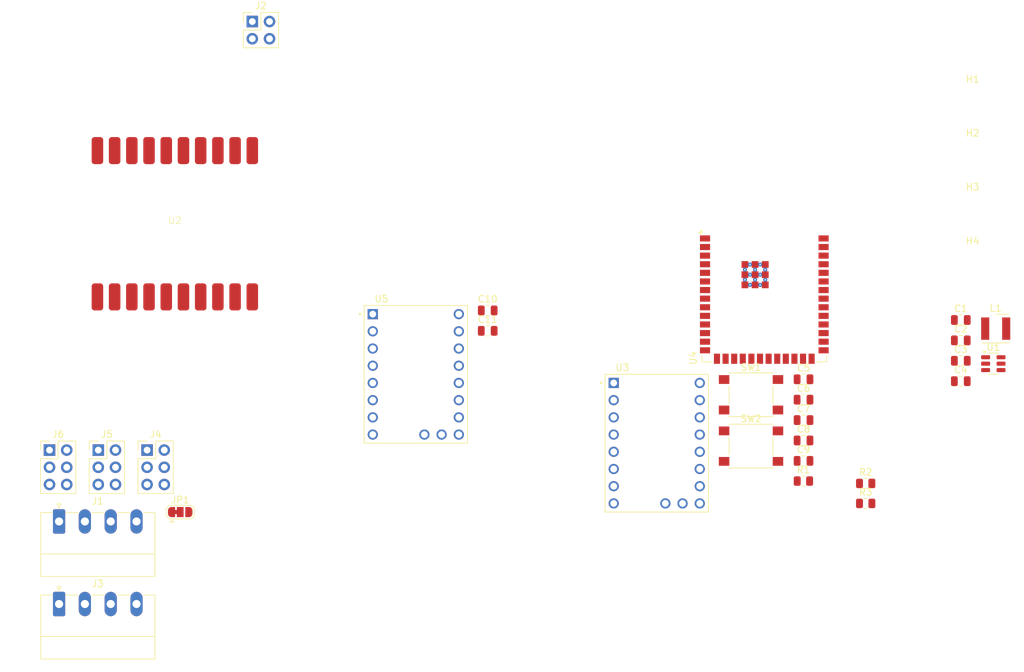
<source format=kicad_pcb>
(kicad_pcb (version 20240108) (generator "pcbnew") (generator_version "8.0")
  (layers (0 "F.Cu" signal) (31 "B.Cu" signal) (34 "B.Paste" user) (35 "F.Paste" user) (36 "B.SilkS" user "B.Silkscreen") (37 "F.SilkS" user "F.Silkscreen") (38 "B.Mask" user) (39 "F.Mask" user) (44 "Edge.Cuts" user))
  (net 0 "")
  (net 1 "Net-(U1-BST)")
  (net 2 "Net-(U1-SW)")
  (net 3 "GND")
  (net 4 "+20V")
  (net 5 "+3.3V")
  (net 6 "/Main Sheet/EN")
  (net 7 "/Main Sheet/BOOT")
  (net 8 "USB_D-")
  (net 9 "USB_D+")
  (net 10 "/Main Sheet/MD1_DIR")
  (net 11 "/Main Sheet/MD1_STEP")
  (net 12 "/Main Sheet/MD1_M2A")
  (net 13 "/Main Sheet/MD1_M1A")
  (net 14 "/Main Sheet/MD1_!EN")
  (net 15 "/Main Sheet/MD1_M1B")
  (net 16 "/Main Sheet/MD1_MS2")
  (net 17 "/Main Sheet/MD1_MS1")
  (net 18 "/Main Sheet/MD1_M2B")
  (net 21 "/Main Sheet/MD2_STEP")
  (net 22 "/Main Sheet/MD2_!EN")
  (net 23 "/Main Sheet/MD2_MS2")
  (net 24 "/Main Sheet/MD2_MS1")
  (net 25 "/Main Sheet/MD2_DIR")
  (net 26 "/Main Sheet/MD2_M2A")
  (net 29 "/Main Sheet/MD2_M1A")
  (net 31 "/Main Sheet/MD2_M1B")
  (net 32 "/Main Sheet/MD2_M2B")
  (net 33 "IO2")
  (net 34 "WS2812")
  (net 35 "IO1")
  (net 36 "SERVO1")
  (net 37 "SERVO2")
  (net 38 "/Main Sheet/ID2")
  (net 39 "/Main Sheet/ID1")
  (net 40 "/Main Sheet/ID0")
  (net 41 "/Main Sheet/Rx")
  (net 42 "/Main Sheet/Tx")
  (net 43 "Net-(J5-Pin_1)")
  (net 59 "Net-(U2-ISNK_COARSE)")
  (net 60 "Net-(U2-VBUS_MAX)")
  (footprint "Connector_Phoenix_MC:PhoenixContact_MC_1,5_4-G-3.81_1x04_P3.81mm_Horizontal" (layer "F.Cu") (at 40.06 106.8025)
    (property "Reference" "J1" (at 5.72 -3 0) (layer "F.SilkS"))
    (property "Value" "Conn_01x04")
    (fp_line (start -2.71 -1.31) (end -2.71 8.11) (stroke (width 0.12)) (layer "F.SilkS"))
    (fp_line (start -2.71 -1.31) (end -1.05 -1.31) (stroke (width 0.12)) (layer "F.SilkS"))
    (fp_line (start -2.71 4.8) (end 14.14 4.8) (stroke (width 0.12)) (layer "F.SilkS"))
    (fp_line (start -2.71 8.11) (end 14.14 8.11) (stroke (width 0.12)) (layer "F.SilkS"))
    (fp_line (start -0.3 -2.6) (end 0.3 -2.6) (stroke (width 0.12)) (layer "F.SilkS"))
    (fp_line (start 0 -2) (end -0.3 -2.6) (stroke (width 0.12)) (layer "F.SilkS"))
    (fp_line (start 0.3 -2.6) (end 0 -2) (stroke (width 0.12)) (layer "F.SilkS"))
    (fp_line (start 1.05 -1.31) (end 2.76 -1.31) (stroke (width 0.12)) (layer "F.SilkS"))
    (fp_line (start 4.86 -1.31) (end 6.57 -1.31) (stroke (width 0.12)) (layer "F.SilkS"))
    (fp_line (start 8.67 -1.31) (end 10.38 -1.31) (stroke (width 0.12)) (layer "F.SilkS"))
    (fp_line (start 14.14 -1.31) (end 12.48 -1.31) (stroke (width 0.12)) (layer "F.SilkS"))
    (fp_line (start 14.14 8.11) (end 14.14 -1.31) (stroke (width 0.12)) (layer "F.SilkS"))
    (pad "1" thru_hole roundrect (at 0 0) (size 1.8 3.6) (drill 1.2) (layers "*.Cu" "*.Mask") (roundrect_rratio 0.138889) (net 13 "/Main Sheet/MD1_M1A"))
    (pad "2" thru_hole oval (at 3.81 0) (size 1.8 3.6) (drill 1.2) (layers "*.Cu" "*.Mask") (net 15 "/Main Sheet/MD1_M1B"))
    (pad "3" thru_hole oval (at 7.62 0) (size 1.8 3.6) (drill 1.2) (layers "*.Cu" "*.Mask") (net 12 "/Main Sheet/MD1_M2A"))
    (pad "4" thru_hole oval (at 11.43 0) (size 1.8 3.6) (drill 1.2) (layers "*.Cu" "*.Mask") (net 18 "/Main Sheet/MD1_M2B"))
  )
  (footprint "Button_Switch_SMD:SW_Push_1P1T_NO_6x6mm_H9.5mm" (layer "F.Cu") (at 142.185 88.105)
    (property "Reference" "SW1" (at 0 -4.05 0) (layer "F.SilkS"))
    (property "Value" "SW_Push")
    (fp_line (start -3.23 -3.23) (end 3.23 -3.23) (stroke (width 0.12)) (layer "F.SilkS"))
    (fp_line (start -3.23 -3.2) (end -3.23 -3.23) (stroke (width 0.12)) (layer "F.SilkS"))
    (fp_line (start -3.23 -1.3) (end -3.23 1.3) (stroke (width 0.12)) (layer "F.SilkS"))
    (fp_line (start -3.23 3.23) (end -3.23 3.2) (stroke (width 0.12)) (layer "F.SilkS"))
    (fp_line (start -3.23 3.23) (end 3.23 3.23) (stroke (width 0.12)) (layer "F.SilkS"))
    (fp_line (start 3.23 -3.23) (end 3.23 -3.2) (stroke (width 0.12)) (layer "F.SilkS"))
    (fp_line (start 3.23 -1.3) (end 3.23 1.3) (stroke (width 0.12)) (layer "F.SilkS"))
    (fp_line (start 3.23 3.23) (end 3.23 3.2) (stroke (width 0.12)) (layer "F.SilkS"))
    (pad "1" smd rect (at -3.975 -2.25) (size 1.55 1.3) (layers "F.Cu" "F.Paste" "F.Mask") (net 3 "GND"))
    (pad "1" smd rect (at 3.975 -2.25) (size 1.55 1.3) (layers "F.Cu" "F.Paste" "F.Mask") (net 3 "GND"))
    (pad "2" smd rect (at -3.975 2.25) (size 1.55 1.3) (layers "F.Cu" "F.Paste" "F.Mask") (net 6 "/Main Sheet/EN"))
    (pad "2" smd rect (at 3.975 2.25) (size 1.55 1.3) (layers "F.Cu" "F.Paste" "F.Mask") (net 6 "/Main Sheet/EN"))
  )
  (footprint "Capacitor_SMD:C_0805_2012Metric" (layer "F.Cu") (at 149.935 97.86)
    (property "Reference" "C9" (at 0 -1.68 0) (layer "F.SilkS"))
    (property "Value" "22u")
    (fp_line (start -0.261252 -0.735) (end 0.261252 -0.735) (stroke (width 0.12)) (layer "F.SilkS"))
    (fp_line (start -0.261252 0.735) (end 0.261252 0.735) (stroke (width 0.12)) (layer "F.SilkS"))
    (pad "1" smd roundrect (at -0.95 0) (size 1 1.45) (layers "F.Cu" "F.Paste" "F.Mask") (net 4 "+20V"))
    (pad "2" smd roundrect (at 0.95 0) (size 1 1.45) (layers "F.Cu" "F.Paste" "F.Mask") (net 3 "GND"))
  )
  (footprint "MountingHole:MountingHole_3.2mm_M3" (layer "F.Cu") (at 174.895 53.69)
    (property "Reference" "H2" (at 0 -4.2 0) (layer "F.SilkS"))
    (property "Value" "MountingHole")
    (pad "" np_thru_hole circle (at 0 0) (size 3.2 3.2) (drill 3.2) (layers "*.Cu" "*.Mask"))
  )
  (footprint "Resistor_SMD:R_0805_2012Metric" (layer "F.Cu") (at 159.1075 101.19)
    (property "Reference" "R2" (at 0 -1.65 0) (layer "F.SilkS"))
    (property "Value" "5k1")
    (fp_line (start -0.227064 -0.735) (end 0.227064 -0.735) (stroke (width 0.12)) (layer "F.SilkS"))
    (fp_line (start -0.227064 0.735) (end 0.227064 0.735) (stroke (width 0.12)) (layer "F.SilkS"))
    (pad "1" smd roundrect (at -0.9125 0) (size 1.025 1.4) (layers "F.Cu" "F.Paste" "F.Mask") (roundrect_rratio 0.243902) (net 60 "Net-(U2-VBUS_MAX)"))
    (pad "2" smd roundrect (at 0.9125 0) (size 1.025 1.4) (layers "F.Cu" "F.Paste" "F.Mask") (roundrect_rratio 0.243902) (net 59 "Net-(U2-ISNK_COARSE)"))
  )
  (footprint "Capacitor_SMD:C_0805_2012Metric" (layer "F.Cu") (at 173.145 77.07)
    (property "Reference" "C1" (at 0 -1.68 0) (layer "F.SilkS"))
    (property "Value" "100n")
    (fp_line (start -0.261252 -0.735) (end 0.261252 -0.735) (stroke (width 0.12)) (layer "F.SilkS"))
    (fp_line (start -0.261252 0.735) (end 0.261252 0.735) (stroke (width 0.12)) (layer "F.SilkS"))
    (pad "1" smd roundrect (at -0.95 0) (size 1 1.45) (layers "F.Cu" "F.Paste" "F.Mask") (net 2 "Net-(U1-SW)"))
    (pad "2" smd roundrect (at 0.95 0) (size 1 1.45) (layers "F.Cu" "F.Paste" "F.Mask") (net 1 "Net-(U1-BST)"))
  )
  (footprint "Connector_Phoenix_MC:PhoenixContact_MC_1,5_4-G-3.81_1x04_P3.81mm_Horizontal" (layer "F.Cu") (at 40.06 118.9875)
    (property "Reference" "J3" (at 5.72 -3 0) (layer "F.SilkS"))
    (property "Value" "Conn_01x04")
    (fp_line (start -2.71 -1.31) (end -2.71 8.11) (stroke (width 0.12)) (layer "F.SilkS"))
    (fp_line (start -2.71 -1.31) (end -1.05 -1.31) (stroke (width 0.12)) (layer "F.SilkS"))
    (fp_line (start -2.71 4.8) (end 14.14 4.8) (stroke (width 0.12)) (layer "F.SilkS"))
    (fp_line (start -2.71 8.11) (end 14.14 8.11) (stroke (width 0.12)) (layer "F.SilkS"))
    (fp_line (start -0.3 -2.6) (end 0.3 -2.6) (stroke (width 0.12)) (layer "F.SilkS"))
    (fp_line (start 0 -2) (end -0.3 -2.6) (stroke (width 0.12)) (layer "F.SilkS"))
    (fp_line (start 0.3 -2.6) (end 0 -2) (stroke (width 0.12)) (layer "F.SilkS"))
    (fp_line (start 1.05 -1.31) (end 2.76 -1.31) (stroke (width 0.12)) (layer "F.SilkS"))
    (fp_line (start 4.86 -1.31) (end 6.57 -1.31) (stroke (width 0.12)) (layer "F.SilkS"))
    (fp_line (start 8.67 -1.31) (end 10.38 -1.31) (stroke (width 0.12)) (layer "F.SilkS"))
    (fp_line (start 14.14 -1.31) (end 12.48 -1.31) (stroke (width 0.12)) (layer "F.SilkS"))
    (fp_line (start 14.14 8.11) (end 14.14 -1.31) (stroke (width 0.12)) (layer "F.SilkS"))
    (pad "1" thru_hole roundrect (at 0 0) (size 1.8 3.6) (drill 1.2) (layers "*.Cu" "*.Mask") (roundrect_rratio 0.138889) (net 29 "/Main Sheet/MD2_M1A"))
    (pad "2" thru_hole oval (at 3.81 0) (size 1.8 3.6) (drill 1.2) (layers "*.Cu" "*.Mask") (net 31 "/Main Sheet/MD2_M1B"))
    (pad "3" thru_hole oval (at 7.62 0) (size 1.8 3.6) (drill 1.2) (layers "*.Cu" "*.Mask") (net 26 "/Main Sheet/MD2_M2A"))
    (pad "4" thru_hole oval (at 11.43 0) (size 1.8 3.6) (drill 1.2) (layers "*.Cu" "*.Mask") (net 32 "/Main Sheet/MD2_M2B"))
  )
  (footprint "Connector_PinHeader_2.54mm:PinHeader_2x02_P2.54mm_Vertical" (layer "F.Cu") (at 68.58 33.02)
    (property "Reference" "J2" (at 1.27 -2.33 0) (layer "F.SilkS"))
    (property "Value" "Conn_02x02_Odd_Even")
    (fp_line (start -1.33 -1.33) (end 0 -1.33) (stroke (width 0.12)) (layer "F.SilkS"))
    (fp_line (start -1.33 0) (end -1.33 -1.33) (stroke (width 0.12)) (layer "F.SilkS"))
    (fp_line (start -1.33 1.27) (end -1.33 3.87) (stroke (width 0.12)) (layer "F.SilkS"))
    (fp_line (start -1.33 1.27) (end 1.27 1.27) (stroke (width 0.12)) (layer "F.SilkS"))
    (fp_line (start -1.33 3.87) (end 3.87 3.87) (stroke (width 0.12)) (layer "F.SilkS"))
    (fp_line (start 1.27 -1.33) (end 3.87 -1.33) (stroke (width 0.12)) (layer "F.SilkS"))
    (fp_line (start 1.27 1.27) (end 1.27 -1.33) (stroke (width 0.12)) (layer "F.SilkS"))
    (fp_line (start 3.87 -1.33) (end 3.87 3.87) (stroke (width 0.12)) (layer "F.SilkS"))
    (pad "1" thru_hole rect (at 0 0) (size 1.7 1.7) (drill 1) (layers "*.Cu" "*.Mask") (net 42 "/Main Sheet/Tx"))
    (pad "2" thru_hole oval (at 2.54 0) (size 1.7 1.7) (drill 1) (layers "*.Cu" "*.Mask") (net 5 "+3.3V"))
    (pad "3" thru_hole oval (at 0 2.54) (size 1.7 1.7) (drill 1) (layers "*.Cu" "*.Mask") (net 41 "/Main Sheet/Rx"))
    (pad "4" thru_hole oval (at 2.54 2.54) (size 1.7 1.7) (drill 1) (layers "*.Cu" "*.Mask") (net 3 "GND"))
  )
  (footprint "Connector_PinHeader_2.54mm:PinHeader_2x03_P2.54mm_Vertical" (layer "F.Cu") (at 38.65 96.2675)
    (property "Reference" "J6" (at 1.27 -2.33 0) (layer "F.SilkS"))
    (property "Value" "Conn_02x03_Odd_Even")
    (fp_line (start -1.33 -1.33) (end 0 -1.33) (stroke (width 0.12)) (layer "F.SilkS"))
    (fp_line (start -1.33 0) (end -1.33 -1.33) (stroke (width 0.12)) (layer "F.SilkS"))
    (fp_line (start -1.33 1.27) (end -1.33 6.41) (stroke (width 0.12)) (layer "F.SilkS"))
    (fp_line (start -1.33 1.27) (end 1.27 1.27) (stroke (width 0.12)) (layer "F.SilkS"))
    (fp_line (start -1.33 6.41) (end 3.87 6.41) (stroke (width 0.12)) (layer "F.SilkS"))
    (fp_line (start 1.27 -1.33) (end 3.87 -1.33) (stroke (width 0.12)) (layer "F.SilkS"))
    (fp_line (start 1.27 1.27) (end 1.27 -1.33) (stroke (width 0.12)) (layer "F.SilkS"))
    (fp_line (start 3.87 -1.33) (end 3.87 6.41) (stroke (width 0.12)) (layer "F.SilkS"))
    (pad "1" thru_hole rect (at 0 0) (size 1.7 1.7) (drill 1) (layers "*.Cu" "*.Mask") (net 35 "IO1"))
    (pad "2" thru_hole oval (at 2.54 0) (size 1.7 1.7) (drill 1) (layers "*.Cu" "*.Mask") (net 5 "+3.3V"))
    (pad "3" thru_hole oval (at 0 2.54) (size 1.7 1.7) (drill 1) (layers "*.Cu" "*.Mask") (net 33 "IO2"))
    (pad "4" thru_hole oval (at 2.54 2.54) (size 1.7 1.7) (drill 1) (layers "*.Cu" "*.Mask") (net 34 "WS2812"))
    (pad "5" thru_hole oval (at 0 5.08) (size 1.7 1.7) (drill 1) (layers "*.Cu" "*.Mask") (net 3 "GND"))
    (pad "6" thru_hole oval (at 2.54 5.08) (size 1.7 1.7) (drill 1) (layers "*.Cu" "*.Mask") (net 3 "GND"))
  )
  (footprint "Capacitor_SMD:C_0805_2012Metric" (layer "F.Cu") (at 173.145 80.08)
    (property "Reference" "C2" (at 0 -1.68 0) (layer "F.SilkS"))
    (property "Value" "10u")
    (fp_line (start -0.261252 -0.735) (end 0.261252 -0.735) (stroke (width 0.12)) (layer "F.SilkS"))
    (fp_line (start -0.261252 0.735) (end 0.261252 0.735) (stroke (width 0.12)) (layer "F.SilkS"))
    (pad "1" smd roundrect (at -0.95 0) (size 1 1.45) (layers "F.Cu" "F.Paste" "F.Mask") (net 4 "+20V"))
    (pad "2" smd roundrect (at 0.95 0) (size 1 1.45) (layers "F.Cu" "F.Paste" "F.Mask") (net 3 "GND"))
  )
  (footprint "Capacitor_SMD:C_0805_2012Metric" (layer "F.Cu") (at 103.325 78.67)
    (property "Reference" "C11" (at 0 -1.68 0) (layer "F.SilkS"))
    (property "Value" "22u")
    (fp_line (start -0.261252 -0.735) (end 0.261252 -0.735) (stroke (width 0.12)) (layer "F.SilkS"))
    (fp_line (start -0.261252 0.735) (end 0.261252 0.735) (stroke (width 0.12)) (layer "F.SilkS"))
    (pad "1" smd roundrect (at -0.95 0) (size 1 1.45) (layers "F.Cu" "F.Paste" "F.Mask") (net 4 "+20V"))
    (pad "2" smd roundrect (at 0.95 0) (size 1 1.45) (layers "F.Cu" "F.Paste" "F.Mask") (net 3 "GND"))
  )
  (footprint "MountingHole:MountingHole_3.2mm_M3" (layer "F.Cu") (at 174.895 61.64)
    (property "Reference" "H3" (at 0 -4.2 0) (layer "F.SilkS"))
    (property "Value" "MountingHole")
    (pad "" np_thru_hole circle (at 0 0) (size 3.2 3.2) (drill 3.2) (layers "*.Cu" "*.Mask"))
  )
  (footprint "Capacitor_SMD:C_0805_2012Metric" (layer "F.Cu") (at 173.145 83.09)
    (property "Reference" "C3" (at 0 -1.68 0) (layer "F.SilkS"))
    (property "Value" "22u")
    (fp_line (start -0.261252 -0.735) (end 0.261252 -0.735) (stroke (width 0.12)) (layer "F.SilkS"))
    (fp_line (start -0.261252 0.735) (end 0.261252 0.735) (stroke (width 0.12)) (layer "F.SilkS"))
    (pad "1" smd roundrect (at -0.95 0) (size 1 1.45) (layers "F.Cu" "F.Paste" "F.Mask") (net 5 "+3.3V"))
    (pad "2" smd roundrect (at 0.95 0) (size 1 1.45) (layers "F.Cu" "F.Paste" "F.Mask") (net 3 "GND"))
  )
  (footprint "Capacitor_SMD:C_0805_2012Metric" (layer "F.Cu") (at 149.935 94.85)
    (property "Reference" "C8" (at 0 -1.68 0) (layer "F.SilkS"))
    (property "Value" "22u")
    (fp_line (start -0.261252 -0.735) (end 0.261252 -0.735) (stroke (width 0.12)) (layer "F.SilkS"))
    (fp_line (start -0.261252 0.735) (end 0.261252 0.735) (stroke (width 0.12)) (layer "F.SilkS"))
    (pad "1" smd roundrect (at -0.95 0) (size 1 1.45) (layers "F.Cu" "F.Paste" "F.Mask") (net 5 "+3.3V"))
    (pad "2" smd roundrect (at 0.95 0) (size 1 1.45) (layers "F.Cu" "F.Paste" "F.Mask") (net 3 "GND"))
  )
  (footprint "USB-C_PD_Module:Breackoutboard" (layer "F.Cu") (at 57.15 62.865)
    (property "Reference" "U2" (at 0 -0.5 0) (layer "F.SilkS") (effects (font (thickness 0.1))))
    (property "Value" "~")
    (pad "1" smd roundrect (at -11.43 10.795 270) (size 4 1.7) (layers "F.Cu" "F.Paste" "F.Mask") (net 3 "GND"))
    (pad "2" smd roundrect (at -8.89 10.795 270) (size 4 1.7) (layers "F.Cu" "F.Paste" "F.Mask") (net 3 "GND"))
    (pad "3" smd roundrect (at -6.35 10.795 270) (size 4 1.7) (layers "F.Cu" "F.Paste" "F.Mask") (net 3 "GND"))
    (pad "4" smd roundrect (at -3.81 10.795 270) (size 4 1.7) (layers "F.Cu" "F.Paste" "F.Mask") (net 3 "GND"))
    (pad "5" smd roundrect (at -1.27 10.795 270) (size 4 1.7) (layers "F.Cu" "F.Paste" "F.Mask") (net 3 "GND"))
    (pad "6" smd roundrect (at 1.27 10.795 270) (size 4 1.7) (layers "F.Cu" "F.Paste" "F.Mask") (net 4 "+20V"))
    (pad "7" smd roundrect (at 3.81 10.795 270) (size 4 1.7) (layers "F.Cu" "F.Paste" "F.Mask") (net 4 "+20V"))
    (pad "8" smd roundrect (at 6.35 10.795 270) (size 4 1.7) (layers "F.Cu" "F.Paste" "F.Mask") (net 4 "+20V"))
    (pad "9" smd roundrect (at 8.89 10.795 270) (size 4 1.7) (layers "F.Cu" "F.Paste" "F.Mask") (net 4 "+20V"))
    (pad "10" smd roundrect (at 11.43 10.795 270) (size 4 1.7) (layers "F.Cu" "F.Paste" "F.Mask") (net 4 "+20V"))
    (pad "11" smd roundrect (at -11.43 -10.795 270) (size 4 1.7) (layers "F.Cu" "F.Paste" "F.Mask"))
    (pad "12" smd roundrect (at -8.89 -10.795 270) (size 4 1.7) (layers "F.Cu" "F.Paste" "F.Mask"))
    (pad "13" smd roundrect (at -6.35 -10.795 270) (size 4 1.7) (layers "F.Cu" "F.Paste" "F.Mask") (net 8 "USB_D-"))
    (pad "14" smd roundrect (at -3.81 -10.795 270) (size 4 1.7) (layers "F.Cu" "F.Paste" "F.Mask") (net 9 "USB_D+"))
    (pad "15" smd roundrect (at -1.27 -10.795 270) (size 4 1.7) (layers "F.Cu" "F.Paste" "F.Mask") (net 60 "Net-(U2-VBUS_MAX)"))
    (pad "16" smd roundrect (at 1.27 -10.795 270) (size 4 1.7) (layers "F.Cu" "F.Paste" "F.Mask") (net 3 "GND"))
    (pad "17" smd roundrect (at 3.81 -10.795 270) (size 4 1.7) (layers "F.Cu" "F.Paste" "F.Mask") (net 3 "GND"))
    (pad "18" smd roundrect (at 6.35 -10.795 270) (size 4 1.7) (layers "F.Cu" "F.Paste" "F.Mask") (net 59 "Net-(U2-ISNK_COARSE)"))
    (pad "19" smd roundrect (at 8.89 -10.795 270) (size 4 1.7) (layers "F.Cu" "F.Paste" "F.Mask") (net 60 "Net-(U2-VBUS_MAX)"))
    (pad "20" smd roundrect (at 11.43 -10.795 270) (size 4 1.7) (layers "F.Cu" "F.Paste" "F.Mask") (net 3 "GND"))
  )
  (footprint "Inductor_SMD_Wurth:L_Wurth_WE-LQSH-4020" (layer "F.Cu") (at 178.295 78.34)
    (property "Reference" "L1" (at 0 -3 0) (layer "F.SilkS"))
    (property "Value" "3u9")
    (fp_line (start -2 2.11) (end 2 2.11) (stroke (width 0.12)) (layer "F.SilkS"))
    (fp_line (start 0 -2.11) (end 2 -2.11) (stroke (width 0.12)) (layer "F.SilkS"))
    (pad "1" smd rect (at -1.55 0) (size 1.2 3.3) (layers "F.Cu" "F.Paste" "F.Mask") (net 2 "Net-(U1-SW)"))
    (pad "2" smd rect (at 1.55 0) (size 1.2 3.3) (layers "F.Cu" "F.Paste" "F.Mask") (net 5 "+3.3V"))
  )
  (footprint "RF_Module:ESP32-S3-WROOM-2" (layer "F.Cu") (at 144.145 70.29)
    (property "Reference" "U4" (at -10.5 13.5 90) (layer "F.SilkS") (effects (justify left)))
    (property "Value" "ESP32-S3-WROOM-2")
    (fp_line (start -9.2 12.95) (end -9.2 12) (stroke (width 0.12)) (layer "F.SilkS"))
    (fp_line (start -7.8 12.95) (end -9.2 12.95) (stroke (width 0.12)) (layer "F.SilkS"))
    (fp_line (start 7.8 12.95) (end 9.2 12.95) (stroke (width 0.12)) (layer "F.SilkS"))
    (fp_line (start 9.2 12.95) (end 9.2 12) (stroke (width 0.12)) (layer "F.SilkS"))
    (fp_poly (pts (xy -9.2 -6) (xy -9.7 -6) (xy -9.2 -6.5) (xy -9.2 -6)) (stroke (width 0.12)) (fill solid) (layer "F.SilkS"))
    (pad "1" smd rect (at -8.75 -5.26) (size 1.5 0.9) (layers "F.Cu" "F.Paste" "F.Mask") (net 3 "GND"))
    (pad "2" smd rect (at -8.75 -3.99) (size 1.5 0.9) (layers "F.Cu" "F.Paste" "F.Mask") (net 5 "+3.3V"))
    (pad "3" smd rect (at -8.75 -2.72) (size 1.5 0.9) (layers "F.Cu" "F.Paste" "F.Mask") (net 6 "/Main Sheet/EN"))
    (pad "4" smd rect (at -8.75 -1.45) (size 1.5 0.9) (layers "F.Cu" "F.Paste" "F.Mask") (net 14 "/Main Sheet/MD1_!EN"))
    (pad "5" smd rect (at -8.75 -0.18) (size 1.5 0.9) (layers "F.Cu" "F.Paste" "F.Mask") (net 11 "/Main Sheet/MD1_STEP"))
    (pad "6" smd rect (at -8.75 1.09) (size 1.5 0.9) (layers "F.Cu" "F.Paste" "F.Mask") (net 10 "/Main Sheet/MD1_DIR"))
    (pad "7" smd rect (at -8.75 2.36) (size 1.5 0.9) (layers "F.Cu" "F.Paste" "F.Mask") (net 17 "/Main Sheet/MD1_MS1"))
    (pad "8" smd rect (at -8.75 3.63) (size 1.5 0.9) (layers "F.Cu" "F.Paste" "F.Mask") (net 36 "SERVO1"))
    (pad "9" smd rect (at -8.75 4.9) (size 1.5 0.9) (layers "F.Cu" "F.Paste" "F.Mask") (net 37 "SERVO2"))
    (pad "10" smd rect (at -8.75 6.17) (size 1.5 0.9) (layers "F.Cu" "F.Paste" "F.Mask"))
    (pad "11" smd rect (at -8.75 7.44) (size 1.5 0.9) (layers "F.Cu" "F.Paste" "F.Mask"))
    (pad "12" smd rect (at -8.75 8.71) (size 1.5 0.9) (layers "F.Cu" "F.Paste" "F.Mask") (net 16 "/Main Sheet/MD1_MS2"))
    (pad "13" smd rect (at -8.75 9.98) (size 1.5 0.9) (layers "F.Cu" "F.Paste" "F.Mask") (net 8 "USB_D-"))
    (pad "14" smd rect (at -8.75 11.25) (size 1.5 0.9) (layers "F.Cu" "F.Paste" "F.Mask") (net 9 "USB_D+"))
    (pad "15" smd rect (at -6.985 12.5 90) (size 1.5 0.9) (layers "F.Cu" "F.Paste" "F.Mask") (net 5 "+3.3V"))
    (pad "16" smd rect (at -5.715 12.5 90) (size 1.5 0.9) (layers "F.Cu" "F.Paste" "F.Mask") (net 40 "/Main Sheet/ID0"))
    (pad "17" smd rect (at -4.445 12.5 90) (size 1.5 0.9) (layers "F.Cu" "F.Paste" "F.Mask") (net 22 "/Main Sheet/MD2_!EN"))
    (pad "18" smd rect (at -3.175 12.5 90) (size 1.5 0.9) (layers "F.Cu" "F.Paste" "F.Mask") (net 21 "/Main Sheet/MD2_STEP"))
    (pad "19" smd rect (at -1.905 12.5 90) (size 1.5 0.9) (layers "F.Cu" "F.Paste" "F.Mask") (net 25 "/Main Sheet/MD2_DIR"))
    (pad "20" smd rect (at -0.635 12.5 90) (size 1.5 0.9) (layers "F.Cu" "F.Paste" "F.Mask") (net 24 "/Main Sheet/MD2_MS1"))
    (pad "21" smd rect (at 0.635 12.5 90) (size 1.5 0.9) (layers "F.Cu" "F.Paste" "F.Mask") (net 23 "/Main Sheet/MD2_MS2"))
    (pad "22" smd rect (at 1.905 12.5 90) (size 1.5 0.9) (layers "F.Cu" "F.Paste" "F.Mask") (net 34 "WS2812"))
    (pad "23" smd rect (at 3.175 12.5 90) (size 1.5 0.9) (layers "F.Cu" "F.Paste" "F.Mask"))
    (pad "24" smd rect (at 4.445 12.5 90) (size 1.5 0.9) (layers "F.Cu" "F.Paste" "F.Mask") (net 39 "/Main Sheet/ID1"))
    (pad "25" smd rect (at 5.715 12.5 90) (size 1.5 0.9) (layers "F.Cu" "F.Paste" "F.Mask") (net 38 "/Main Sheet/ID2"))
    (pad "26" smd rect (at 6.985 12.5 90) (size 1.5 0.9) (layers "F.Cu" "F.Paste" "F.Mask"))
    (pad "27" smd rect (at 8.75 11.25) (size 1.5 0.9) (layers "F.Cu" "F.Paste" "F.Mask") (net 7 "/Main Sheet/BOOT"))
    (pad "28" smd rect (at 8.75 9.98) (size 1.5 0.9) (layers "F.Cu" "F.Paste" "F.Mask"))
    (pad "29" smd rect (at 8.75 8.71) (size 1.5 0.9) (layers "F.Cu" "F.Paste" "F.Mask"))
    (pad "30" smd rect (at 8.75 7.44) (size 1.5 0.9) (layers "F.Cu" "F.Paste" "F.Mask"))
    (pad "31" smd rect (at 8.75 6.17) (size 1.5 0.9) (layers "F.Cu" "F.Paste" "F.Mask"))
    (pad "32" smd rect (at 8.75 4.9) (size 1.5 0.9) (layers "F.Cu" "F.Paste" "F.Mask"))
    (pad "33" smd rect (at 8.75 3.63) (size 1.5 0.9) (layers "F.Cu" "F.Paste" "F.Mask"))
    (pad "34" smd rect (at 8.75 2.36) (size 1.5 0.9) (layers "F.Cu" "F.Paste" "F.Mask"))
    (pad "35" smd rect (at 8.75 1.09) (size 1.5 0.9) (layers "F.Cu" "F.Paste" "F.Mask"))
    (pad "36" smd rect (at 8.75 -0.18) (size 1.5 0.9) (layers "F.Cu" "F.Paste" "F.Mask") (net 41 "/Main Sheet/Rx"))
    (pad "37" smd rect (at 8.75 -1.45) (size 1.5 0.9) (layers "F.Cu" "F.Paste" "F.Mask") (net 42 "/Main Sheet/Tx"))
    (pad "38" smd rect (at 8.75 -2.72) (size 1.5 0.9) (layers "F.Cu" "F.Paste" "F.Mask") (net 33 "IO2"))
    (pad "39" smd rect (at 8.75 -3.99) (size 1.5 0.9) (layers "F.Cu" "F.Paste" "F.Mask") (net 35 "IO1"))
    (pad "40" smd rect (at 8.75 -5.26) (size 1.5 0.9) (layers "F.Cu" "F.Paste" "F.Mask") (net 3 "GND"))
    (pad "41" smd rect (at -2.86 -1.41) (size 1 1) (layers "F.Cu" "F.Paste" "F.Mask") (net 3 "GND"))
    (pad "41" thru_hole circle (at -2.86 -0.66) (size 0.6 0.6) (drill 0.2) (layers "*.Cu" "*.Mask") (net 3 "GND"))
    (pad "41" smd rect (at -2.86 0.09) (size 1 1) (layers "F.Cu" "F.Paste" "F.Mask") (net 3 "GND"))
    (pad "41" thru_hole circle (at -2.86 0.84) (size 0.6 0.6) (drill 0.2) (layers "*.Cu" "*.Mask") (net 3 "GND"))
    (pad "41" smd rect (at -2.86 1.59) (size 1 1) (layers "F.Cu" "F.Paste" "F.Mask") (net 3 "GND"))
    (pad "41" thru_hole circle (at -2.11 -1.41) (size 0.6 0.6) (drill 0.2) (layers "*.Cu" "*.Mask") (net 3 "GND"))
    (pad "41" thru_hole circle (at -2.11 0.09) (size 0.6 0.6) (drill 0.2) (layers "*.Cu" "*.Mask") (net 3 "GND"))
    (pad "41" thru_hole circle (at -2.11 1.59) (size 0.6 0.6) (drill 0.2) (layers "*.Cu" "*.Mask") (net 3 "GND"))
    (pad "41" smd rect (at -1.36 -1.41) (size 1 1) (layers "F.Cu" "F.Paste" "F.Mask") (net 3 "GND"))
    (pad "41" thru_hole circle (at -1.36 -0.66) (size 0.6 0.6) (drill 0.2) (layers "*.Cu" "*.Mask") (net 3 "GND"))
    (pad "41" smd rect (at -1.36 0.09) (size 1 1) (layers "F.Cu" "F.Paste" "F.Mask") (net 3 "GND"))
    (pad "41" thru_hole circle (at -1.36 0.84) (size 0.6 0.6) (drill 0.2) (layers "*.Cu" "*.Mask") (net 3 "GND"))
    (pad "41" smd rect (at -1.36 1.59) (size 1 1) (layers "F.Cu" "F.Paste" "F.Mask") (net 3 "GND"))
    (pad "41" thru_hole circle (at -0.61 -1.41) (size 0.6 0.6) (drill 0.2) (layers "*.Cu" "*.Mask") (net 3 "GND"))
    (pad "41" thru_hole circle (at -0.61 0.09) (size 0.6 0.6) (drill 0.2) (layers "*.Cu" "*.Mask") (net 3 "GND"))
    (pad "41" thru_hole circle (at -0.61 1.59) (size 0.6 0.6) (drill 0.2) (layers "*.Cu" "*.Mask") (net 3 "GND"))
    (pad "41" smd rect (at 0.14 -1.41) (size 1 1) (layers "F.Cu" "F.Paste" "F.Mask") (net 3 "GND"))
    (pad "41" thru_hole circle (at 0.14 -0.66) (size 0.6 0.6) (drill 0.2) (layers "*.Cu" "*.Mask") (net 3 "GND"))
    (pad "41" smd rect (at 0.14 0.09) (size 1 1) (layers "F.Cu" "F.Paste" "F.Mask") (net 3 "GND"))
    (pad "41" thru_hole circle (at 0.14 0.84) (size 0.6 0.6) (drill 0.2) (layers "*.Cu" "*.Mask") (net 3 "GND"))
    (pad "41" smd rect (at 0.14 1.59) (size 1 1) (layers "F.Cu" "F.Paste" "F.Mask") (net 3 "GND"))
  )
  (footprint "TMC2209_Module:MODULE_TMC2209_SILENTSTEPSTICK" (layer "F.Cu") (at 128.27 95.25)
    (property "Reference" "U3" (at -5.075 -11.155 0) (layer "F.SilkS"))
    (property "Value" "TMC2209_SILENTSTEPSTICK")
    (fp_line (start -7.62 -10.16) (end 7.62 -10.16) (stroke (width 0.127)) (layer "F.SilkS"))
    (fp_line (start -7.62 10.16) (end -7.62 -10.16) (stroke (width 0.127)) (layer "F.SilkS"))
    (fp_line (start 7.62 -10.16) (end 7.62 10.16) (stroke (width 0.127)) (layer "F.SilkS"))
    (fp_line (start 7.62 10.16) (end -7.62 10.16) (stroke (width 0.127)) (layer "F.SilkS"))
    (fp_circle (center -8.2 -8.89) (end -8.1 -8.89) (stroke (width 0.2)) (fill none) (layer "F.SilkS"))
    (pad "1" thru_hole rect (at -6.35 -8.89) (size 1.508 1.508) (drill 1) (layers "*.Cu" "*.Mask") (net 3 "GND"))
    (pad "2" thru_hole circle (at -6.35 -6.35) (size 1.508 1.508) (drill 1) (layers "*.Cu" "*.Mask") (net 5 "+3.3V"))
    (pad "3" thru_hole circle (at -6.35 -3.81) (size 1.508 1.508) (drill 1) (layers "*.Cu" "*.Mask") (net 15 "/Main Sheet/MD1_M1B"))
    (pad "4" thru_hole circle (at -6.35 -1.27) (size 1.508 1.508) (drill 1) (layers "*.Cu" "*.Mask") (net 13 "/Main Sheet/MD1_M1A"))
    (pad "5" thru_hole circle (at -6.35 1.27) (size 1.508 1.508) (drill 1) (layers "*.Cu" "*.Mask") (net 12 "/Main Sheet/MD1_M2A"))
    (pad "6" thru_hole circle (at -6.35 3.81) (size 1.508 1.508) (drill 1) (layers "*.Cu" "*.Mask") (net 18 "/Main Sheet/MD1_M2B"))
    (pad "7" thru_hole circle (at -6.35 6.35) (size 1.508 1.508) (drill 1) (layers "*.Cu" "*.Mask") (net 3 "GND"))
    (pad "8" thru_hole circle (at -6.35 8.89) (size 1.508 1.508) (drill 1) (layers "*.Cu" "*.Mask") (net 4 "+20V"))
    (pad "9" thru_hole circle (at 6.35 -8.89) (size 1.508 1.508) (drill 1) (layers "*.Cu" "*.Mask") (net 10 "/Main Sheet/MD1_DIR"))
    (pad "10" thru_hole circle (at 6.35 -6.35) (size 1.508 1.508) (drill 1) (layers "*.Cu" "*.Mask") (net 11 "/Main Sheet/MD1_STEP"))
    (pad "11" thru_hole circle (at 6.35 -3.81) (size 1.508 1.508) (drill 1) (layers "*.Cu" "*.Mask") (net 3 "GND"))
    (pad "12" thru_hole circle (at 6.35 -1.27) (size 1.508 1.508) (drill 1) (layers "*.Cu" "*.Mask"))
    (pad "13" thru_hole circle (at 6.35 1.27) (size 1.508 1.508) (drill 1) (layers "*.Cu" "*.Mask") (net 3 "GND"))
    (pad "14" thru_hole circle (at 6.35 3.81) (size 1.508 1.508) (drill 1) (layers "*.Cu" "*.Mask") (net 16 "/Main Sheet/MD1_MS2"))
    (pad "15" thru_hole circle (at 6.35 6.35) (size 1.508 1.508) (drill 1) (layers "*.Cu" "*.Mask") (net 17 "/Main Sheet/MD1_MS1"))
    (pad "16" thru_hole circle (at 6.35 8.89) (size 1.508 1.508) (drill 1) (layers "*.Cu" "*.Mask") (net 14 "/Main Sheet/MD1_!EN"))
    (pad "17" thru_hole circle (at 1.27 8.89) (size 1.508 1.508) (drill 1) (layers "*.Cu" "*.Mask"))
    (pad "18" thru_hole circle (at 3.81 8.89) (size 1.508 1.508) (drill 1) (layers "*.Cu" "*.Mask"))
  )
  (footprint "MountingHole:MountingHole_3.2mm_M3" (layer "F.Cu") (at 174.895 69.59)
    (property "Reference" "H4" (at 0 -4.2 0) (layer "F.SilkS"))
    (property "Value" "MountingHole")
    (pad "" np_thru_hole circle (at 0 0) (size 3.2 3.2) (drill 3.2) (layers "*.Cu" "*.Mask"))
  )
  (footprint "MountingHole:MountingHole_3.2mm_M3" (layer "F.Cu") (at 174.895 45.74)
    (property "Reference" "H1" (at 0 -4.2 0) (layer "F.SilkS"))
    (property "Value" "MountingHole")
    (pad "" np_thru_hole circle (at 0 0) (size 3.2 3.2) (drill 3.2) (layers "*.Cu" "*.Mask"))
  )
  (footprint "Capacitor_SMD:C_0805_2012Metric" (layer "F.Cu") (at 149.935 85.82)
    (property "Reference" "C5" (at 0 -1.68 0) (layer "F.SilkS"))
    (property "Value" "22u")
    (fp_line (start -0.261252 -0.735) (end 0.261252 -0.735) (stroke (width 0.12)) (layer "F.SilkS"))
    (fp_line (start -0.261252 0.735) (end 0.261252 0.735) (stroke (width 0.12)) (layer "F.SilkS"))
    (pad "1" smd roundrect (at -0.95 0) (size 1 1.45) (layers "F.Cu" "F.Paste" "F.Mask") (net 5 "+3.3V"))
    (pad "2" smd roundrect (at 0.95 0) (size 1 1.45) (layers "F.Cu" "F.Paste" "F.Mask") (net 3 "GND"))
  )
  (footprint "TMC2209_Module:MODULE_TMC2209_SILENTSTEPSTICK" (layer "F.Cu") (at 92.71 85.09)
    (property "Reference" "U5" (at -5.075 -11.155 0) (layer "F.SilkS"))
    (property "Value" "TMC2209_SILENTSTEPSTICK")
    (fp_line (start -7.62 -10.16) (end 7.62 -10.16) (stroke (width 0.127)) (layer "F.SilkS"))
    (fp_line (start -7.62 10.16) (end -7.62 -10.16) (stroke (width 0.127)) (layer "F.SilkS"))
    (fp_line (start 7.62 -10.16) (end 7.62 10.16) (stroke (width 0.127)) (layer "F.SilkS"))
    (fp_line (start 7.62 10.16) (end -7.62 10.16) (stroke (width 0.127)) (layer "F.SilkS"))
    (fp_circle (center -8.2 -8.89) (end -8.1 -8.89) (stroke (width 0.2)) (fill none) (layer "F.SilkS"))
    (pad "1" thru_hole rect (at -6.35 -8.89) (size 1.508 1.508) (drill 1) (layers "*.Cu" "*.Mask") (net 3 "GND"))
    (pad "2" thru_hole circle (at -6.35 -6.35) (size 1.508 1.508) (drill 1) (layers "*.Cu" "*.Mask") (net 5 "+3.3V"))
    (pad "3" thru_hole circle (at -6.35 -3.81) (size 1.508 1.508) (drill 1) (layers "*.Cu" "*.Mask") (net 31 "/Main Sheet/MD2_M1B"))
    (pad "4" thru_hole circle (at -6.35 -1.27) (size 1.508 1.508) (drill 1) (layers "*.Cu" "*.Mask") (net 29 "/Main Sheet/MD2_M1A"))
    (pad "5" thru_hole circle (at -6.35 1.27) (size 1.508 1.508) (drill 1) (layers "*.Cu" "*.Mask") (net 26 "/Main Sheet/MD2_M2A"))
    (pad "6" thru_hole circle (at -6.35 3.81) (size 1.508 1.508) (drill 1) (layers "*.Cu" "*.Mask") (net 32 "/Main Sheet/MD2_M2B"))
    (pad "7" thru_hole circle (at -6.35 6.35) (size 1.508 1.508) (drill 1) (layers "*.Cu" "*.Mask") (net 3 "GND"))
    (pad "8" thru_hole circle (at -6.35 8.89) (size 1.508 1.508) (drill 1) (layers "*.Cu" "*.Mask") (net 4 "+20V"))
    (pad "9" thru_hole circle (at 6.35 -8.89) (size 1.508 1.508) (drill 1) (layers "*.Cu" "*.Mask") (net 25 "/Main Sheet/MD2_DIR"))
    (pad "10" thru_hole circle (at 6.35 -6.35) (size 1.508 1.508) (drill 1) (layers "*.Cu" "*.Mask") (net 21 "/Main Sheet/MD2_STEP"))
    (pad "11" thru_hole circle (at 6.35 -3.81) (size 1.508 1.508) (drill 1) (layers "*.Cu" "*.Mask") (net 3 "GND"))
    (pad "12" thru_hole circle (at 6.35 -1.27) (size 1.508 1.508) (drill 1) (layers "*.Cu" "*.Mask"))
    (pad "13" thru_hole circle (at 6.35 1.27) (size 1.508 1.508) (drill 1) (layers "*.Cu" "*.Mask") (net 3 "GND"))
    (pad "14" thru_hole circle (at 6.35 3.81) (size 1.508 1.508) (drill 1) (layers "*.Cu" "*.Mask") (net 23 "/Main Sheet/MD2_MS2"))
    (pad "15" thru_hole circle (at 6.35 6.35) (size 1.508 1.508) (drill 1) (layers "*.Cu" "*.Mask") (net 24 "/Main Sheet/MD2_MS1"))
    (pad "16" thru_hole circle (at 6.35 8.89) (size 1.508 1.508) (drill 1) (layers "*.Cu" "*.Mask") (net 22 "/Main Sheet/MD2_!EN"))
    (pad "17" thru_hole circle (at 1.27 8.89) (size 1.508 1.508) (drill 1) (layers "*.Cu" "*.Mask"))
    (pad "18" thru_hole circle (at 3.81 8.89) (size 1.508 1.508) (drill 1) (layers "*.Cu" "*.Mask"))
  )
  (footprint "Button_Switch_SMD:SW_Push_1P1T_NO_6x6mm_H9.5mm" (layer "F.Cu") (at 142.185 95.685)
    (property "Reference" "SW2" (at 0 -4.05 0) (layer "F.SilkS"))
    (property "Value" "SW_Push")
    (fp_line (start -3.23 -3.23) (end 3.23 -3.23) (stroke (width 0.12)) (layer "F.SilkS"))
    (fp_line (start -3.23 -3.2) (end -3.23 -3.23) (stroke (width 0.12)) (layer "F.SilkS"))
    (fp_line (start -3.23 -1.3) (end -3.23 1.3) (stroke (width 0.12)) (layer "F.SilkS"))
    (fp_line (start -3.23 3.23) (end -3.23 3.2) (stroke (width 0.12)) (layer "F.SilkS"))
    (fp_line (start -3.23 3.23) (end 3.23 3.23) (stroke (width 0.12)) (layer "F.SilkS"))
    (fp_line (start 3.23 -3.23) (end 3.23 -3.2) (stroke (width 0.12)) (layer "F.SilkS"))
    (fp_line (start 3.23 -1.3) (end 3.23 1.3) (stroke (width 0.12)) (layer "F.SilkS"))
    (fp_line (start 3.23 3.23) (end 3.23 3.2) (stroke (width 0.12)) (layer "F.SilkS"))
    (pad "1" smd rect (at -3.975 -2.25) (size 1.55 1.3) (layers "F.Cu" "F.Paste" "F.Mask") (net 7 "/Main Sheet/BOOT"))
    (pad "1" smd rect (at 3.975 -2.25) (size 1.55 1.3) (layers "F.Cu" "F.Paste" "F.Mask") (net 7 "/Main Sheet/BOOT"))
    (pad "2" smd rect (at -3.975 2.25) (size 1.55 1.3) (layers "F.Cu" "F.Paste" "F.Mask") (net 3 "GND"))
    (pad "2" smd rect (at 3.975 2.25) (size 1.55 1.3) (layers "F.Cu" "F.Paste" "F.Mask") (net 3 "GND"))
  )
  (footprint "Package_TO_SOT_SMD:TSOT-23-6" (layer "F.Cu") (at 177.945 83.515)
    (property "Reference" "U1" (at 0 -2.4 0) (layer "F.SilkS"))
    (property "Value" "AP63203WU")
    (fp_line (start 0 -1.56) (end -0.8 -1.56) (stroke (width 0.12)) (layer "F.SilkS"))
    (fp_line (start 0 -1.56) (end 0.8 -1.56) (stroke (width 0.12)) (layer "F.SilkS"))
    (fp_line (start 0 1.56) (end -0.8 1.56) (stroke (width 0.12)) (layer "F.SilkS"))
    (fp_line (start 0 1.56) (end 0.8 1.56) (stroke (width 0.12)) (layer "F.SilkS"))
    (fp_poly (pts (xy -1.3 -1.51) (xy -1.54 -1.84) (xy -1.06 -1.84) (xy -1.3 -1.51)) (stroke (width 0.12)) (fill solid) (layer "F.SilkS"))
    (pad "1" smd roundrect (at -1.1375 -0.95) (size 1.325 0.6) (layers "F.Cu" "F.Paste" "F.Mask") (net 5 "+3.3V"))
    (pad "2" smd roundrect (at -1.1375 0) (size 1.325 0.6) (layers "F.Cu" "F.Paste" "F.Mask") (net 4 "+20V"))
    (pad "3" smd roundrect (at -1.1375 0.95) (size 1.325 0.6) (layers "F.Cu" "F.Paste" "F.Mask") (net 4 "+20V"))
    (pad "4" smd roundrect (at 1.1375 0.95) (size 1.325 0.6) (layers "F.Cu" "F.Paste" "F.Mask") (net 3 "GND"))
    (pad "5" smd roundrect (at 1.1375 0) (size 1.325 0.6) (layers "F.Cu" "F.Paste" "F.Mask") (net 2 "Net-(U1-SW)"))
    (pad "6" smd roundrect (at 1.1375 -0.95) (size 1.325 0.6) (layers "F.Cu" "F.Paste" "F.Mask") (net 1 "Net-(U1-BST)"))
  )
  (footprint "Resistor_SMD:R_0805_2012Metric" (layer "F.Cu") (at 159.1075 104.14)
    (property "Reference" "R3" (at 0 -1.65 0) (layer "F.SilkS"))
    (property "Value" "5k1")
    (fp_line (start -0.227064 -0.735) (end 0.227064 -0.735) (stroke (width 0.12)) (layer "F.SilkS"))
    (fp_line (start -0.227064 0.735) (end 0.227064 0.735) (stroke (width 0.12)) (layer "F.SilkS"))
    (pad "1" smd roundrect (at -0.9125 0) (size 1.025 1.4) (layers "F.Cu" "F.Paste" "F.Mask") (roundrect_rratio 0.243902) (net 59 "Net-(U2-ISNK_COARSE)"))
    (pad "2" smd roundrect (at 0.9125 0) (size 1.025 1.4) (layers "F.Cu" "F.Paste" "F.Mask") (roundrect_rratio 0.243902) (net 3 "GND"))
  )
  (footprint "Capacitor_SMD:C_0805_2012Metric" (layer "F.Cu") (at 103.325 75.66)
    (property "Reference" "C10" (at 0 -1.68 0) (layer "F.SilkS"))
    (property "Value" "22u")
    (fp_line (start -0.261252 -0.735) (end 0.261252 -0.735) (stroke (width 0.12)) (layer "F.SilkS"))
    (fp_line (start -0.261252 0.735) (end 0.261252 0.735) (stroke (width 0.12)) (layer "F.SilkS"))
    (pad "1" smd roundrect (at -0.95 0) (size 1 1.45) (layers "F.Cu" "F.Paste" "F.Mask") (net 5 "+3.3V"))
    (pad "2" smd roundrect (at 0.95 0) (size 1 1.45) (layers "F.Cu" "F.Paste" "F.Mask") (net 3 "GND"))
  )
  (footprint "Resistor_SMD:R_0805_2012Metric" (layer "F.Cu") (at 149.915 100.84)
    (property "Reference" "R1" (at 0 -1.65 0) (layer "F.SilkS"))
    (property "Value" "10k")
    (fp_line (start -0.227064 -0.735) (end 0.227064 -0.735) (stroke (width 0.12)) (layer "F.SilkS"))
    (fp_line (start -0.227064 0.735) (end 0.227064 0.735) (stroke (width 0.12)) (layer "F.SilkS"))
    (pad "1" smd roundrect (at -0.9125 0) (size 1.025 1.4) (layers "F.Cu" "F.Paste" "F.Mask") (roundrect_rratio 0.243902) (net 5 "+3.3V"))
    (pad "2" smd roundrect (at 0.9125 0) (size 1.025 1.4) (layers "F.Cu" "F.Paste" "F.Mask") (roundrect_rratio 0.243902) (net 6 "/Main Sheet/EN"))
  )
  (footprint "Capacitor_SMD:C_0805_2012Metric" (layer "F.Cu") (at 149.935 91.84)
    (property "Reference" "C7" (at 0 -1.68 0) (layer "F.SilkS"))
    (property "Value" "1u")
    (fp_line (start -0.261252 -0.735) (end 0.261252 -0.735) (stroke (width 0.12)) (layer "F.SilkS"))
    (fp_line (start -0.261252 0.735) (end 0.261252 0.735) (stroke (width 0.12)) (layer "F.SilkS"))
    (pad "1" smd roundrect (at -0.95 0) (size 1 1.45) (layers "F.Cu" "F.Paste" "F.Mask") (net 6 "/Main Sheet/EN"))
    (pad "2" smd roundrect (at 0.95 0) (size 1 1.45) (layers "F.Cu" "F.Paste" "F.Mask") (net 3 "GND"))
  )
  (footprint "Jumper:SolderJumper-3_P1.3mm_Bridged12_RoundedPad1.0x1.5mm" (layer "F.Cu") (at 57.94 105.4175)
    (property "Reference" "JP1" (at 0 -1.8 0) (layer "F.SilkS"))
    (property "Value" "SolderJumper_3_Bridged12")
    (fp_poly (pts (xy -0.9 -0.3) (xy -0.4 -0.3) (xy -0.4 0.3) (xy -0.9 0.3)) (fill solid) (layer "F.Cu"))
    (fp_line (start -2.05 0.3) (end -2.05 -0.3) (stroke (width 0.12)) (layer "F.SilkS"))
    (fp_line (start -1.5 1.5) (end -0.9 1.5) (stroke (width 0.12)) (layer "F.SilkS"))
    (fp_line (start -1.4 -1) (end 1.4 -1) (stroke (width 0.12)) (layer "F.SilkS"))
    (fp_line (start -1.2 1.2) (end -1.5 1.5) (stroke (width 0.12)) (layer "F.SilkS"))
    (fp_line (start -1.2 1.2) (end -0.9 1.5) (stroke (width 0.12)) (layer "F.SilkS"))
    (fp_line (start 1.4 1) (end -1.4 1) (stroke (width 0.12)) (layer "F.SilkS"))
    (fp_line (start 2.05 -0.3) (end 2.05 0.3) (stroke (width 0.12)) (layer "F.SilkS"))
    (fp_arc (start -2.05 -0.3) (mid -1.844975 -0.794975) (end -1.35 -1) (stroke (width 0.12)) (layer "F.SilkS"))
    (fp_arc (start -1.35 1) (mid -1.844975 0.794975) (end -2.05 0.3) (stroke (width 0.12)) (layer "F.SilkS"))
    (fp_arc (start 1.35 -1) (mid 1.844975 -0.794975) (end 2.05 -0.3) (stroke (width 0.12)) (layer "F.SilkS"))
    (fp_arc (start 2.05 0.3) (mid 1.844975 0.794975) (end 1.35 1) (stroke (width 0.12)) (layer "F.SilkS"))
    (pad "1" smd custom (at -1.3 0) (size 1 0.5) (layers "F.Cu" "F.Mask") (net 4 "+20V") (options (clearance outline) (anchor rect)) (primitives (gr_circle (center 0 0.25) (end 0.5 0.25) (width 0) (fill yes)) (gr_circle (center 0 -0.25) (end 0.5 -0.25) (width 0) (fill yes)) (gr_poly (pts (xy 0.55 0.75) (xy 0 0.75) (xy 0 -0.75) (xy 0.55 -0.75)) (width 0) (fill yes))))
    (pad "2" smd rect (at 0 0) (size 1 1.5) (layers "F.Cu" "F.Mask") (net 43 "Net-(J5-Pin_1)"))
    (pad "3" smd custom (at 1.3 0) (size 1 0.5) (layers "F.Cu" "F.Mask") (net 5 "+3.3V") (options (clearance outline) (anchor rect)) (primitives (gr_circle (center 0 0.25) (end 0.5 0.25) (width 0) (fill yes)) (gr_circle (center 0 -0.25) (end 0.5 -0.25) (width 0) (fill yes)) (gr_poly (pts (xy 0 0.75) (xy -0.55 0.75) (xy -0.55 -0.75) (xy 0 -0.75)) (width 0) (fill yes))))
  )
  (footprint "Connector_PinHeader_2.54mm:PinHeader_2x03_P2.54mm_Vertical" (layer "F.Cu") (at 45.85 96.2675)
    (property "Reference" "J5" (at 1.27 -2.33 0) (layer "F.SilkS"))
    (property "Value" "Conn_02x03_Odd_Even")
    (fp_line (start -1.33 -1.33) (end 0 -1.33) (stroke (width 0.12)) (layer "F.SilkS"))
    (fp_line (start -1.33 0) (end -1.33 -1.33) (stroke (width 0.12)) (layer "F.SilkS"))
    (fp_line (start -1.33 1.27) (end -1.33 6.41) (stroke (width 0.12)) (layer "F.SilkS"))
    (fp_line (start -1.33 1.27) (end 1.27 1.27) (stroke (width 0.12)) (layer "F.SilkS"))
    (fp_line (start -1.33 6.41) (end 3.87 6.41) (stroke (width 0.12)) (layer "F.SilkS"))
    (fp_line (start 1.27 -1.33) (end 3.87 -1.33) (stroke (width 0.12)) (layer "F.SilkS"))
    (fp_line (start 1.27 1.27) (end 1.27 -1.33) (stroke (width 0.12)) (layer "F.SilkS"))
    (fp_line (start 3.87 -1.33) (end 3.87 6.41) (stroke (width 0.12)) (layer "F.SilkS"))
    (pad "1" thru_hole rect (at 0 0) (size 1.7 1.7) (drill 1) (layers "*.Cu" "*.Mask") (net 43 "Net-(J5-Pin_1)"))
    (pad "2" thru_hole oval (at 2.54 0) (size 1.7 1.7) (drill 1) (layers "*.Cu" "*.Mask") (net 43 "Net-(J5-Pin_1)"))
    (pad "3" thru_hole oval (at 0 2.54) (size 1.7 1.7) (drill 1) (layers "*.Cu" "*.Mask") (net 36 "SERVO1"))
    (pad "4" thru_hole oval (at 2.54 2.54) (size 1.7 1.7) (drill 1) (layers "*.Cu" "*.Mask") (net 37 "SERVO2"))
    (pad "5" thru_hole oval (at 0 5.08) (size 1.7 1.7) (drill 1) (layers "*.Cu" "*.Mask") (net 3 "GND"))
    (pad "6" thru_hole oval (at 2.54 5.08) (size 1.7 1.7) (drill 1) (layers "*.Cu" "*.Mask") (net 3 "GND"))
  )
  (footprint "Capacitor_SMD:C_0805_2012Metric" (layer "F.Cu") (at 149.935 88.83)
    (property "Reference" "C6" (at 0 -1.68 0) (layer "F.SilkS"))
    (property "Value" "100n")
    (fp_line (start -0.261252 -0.735) (end 0.261252 -0.735) (stroke (width 0.12)) (layer "F.SilkS"))
    (fp_line (start -0.261252 0.735) (end 0.261252 0.735) (stroke (width 0.12)) (layer "F.SilkS"))
    (pad "1" smd roundrect (at -0.95 0) (size 1 1.45) (layers "F.Cu" "F.Paste" "F.Mask") (net 5 "+3.3V"))
    (pad "2" smd roundrect (at 0.95 0) (size 1 1.45) (layers "F.Cu" "F.Paste" "F.Mask") (net 3 "GND"))
  )
  (footprint "Capacitor_SMD:C_0805_2012Metric" (layer "F.Cu") (at 173.145 86.1)
    (property "Reference" "C4" (at 0 -1.68 0) (layer "F.SilkS"))
    (property "Value" "22u")
    (fp_line (start -0.261252 -0.735) (end 0.261252 -0.735) (stroke (width 0.12)) (layer "F.SilkS"))
    (fp_line (start -0.261252 0.735) (end 0.261252 0.735) (stroke (width 0.12)) (layer "F.SilkS"))
    (pad "1" smd roundrect (at -0.95 0) (size 1 1.45) (layers "F.Cu" "F.Paste" "F.Mask") (net 5 "+3.3V"))
    (pad "2" smd roundrect (at 0.95 0) (size 1 1.45) (layers "F.Cu" "F.Paste" "F.Mask") (net 3 "GND"))
  )
  (footprint "Connector_PinHeader_2.54mm:PinHeader_2x03_P2.54mm_Vertical" (layer "F.Cu") (at 53.05 96.2675)
    (property "Reference" "J4" (at 1.27 -2.33 0) (layer "F.SilkS"))
    (property "Value" "Conn_02x03_Odd_Even")
    (fp_line (start -1.33 -1.33) (end 0 -1.33) (stroke (width 0.12)) (layer "F.SilkS"))
    (fp_line (start -1.33 0) (end -1.33 -1.33) (stroke (width 0.12)) (layer "F.SilkS"))
    (fp_line (start -1.33 1.27) (end -1.33 6.41) (stroke (width 0.12)) (layer "F.SilkS"))
    (fp_line (start -1.33 1.27) (end 1.27 1.27) (stroke (width 0.12)) (layer "F.SilkS"))
    (fp_line (start -1.33 6.41) (end 3.87 6.41) (stroke (width 0.12)) (layer "F.SilkS"))
    (fp_line (start 1.27 -1.33) (end 3.87 -1.33) (stroke (width 0.12)) (layer "F.SilkS"))
    (fp_line (start 1.27 1.27) (end 1.27 -1.33) (stroke (width 0.12)) (layer "F.SilkS"))
    (fp_line (start 3.87 -1.33) (end 3.87 6.41) (stroke (width 0.12)) (layer "F.SilkS"))
    (pad "1" thru_hole rect (at 0 0) (size 1.7 1.7) (drill 1) (layers "*.Cu" "*.Mask") (net 40 "/Main Sheet/ID0"))
    (pad "2" thru_hole oval (at 2.54 0) (size 1.7 1.7) (drill 1) (layers "*.Cu" "*.Mask") (net 5 "+3.3V"))
    (pad "3" thru_hole oval (at 0 2.54) (size 1.7 1.7) (drill 1) (layers "*.Cu" "*.Mask") (net 39 "/Main Sheet/ID1"))
    (pad "4" thru_hole oval (at 2.54 2.54) (size 1.7 1.7) (drill 1) (layers "*.Cu" "*.Mask") (net 5 "+3.3V"))
    (pad "5" thru_hole oval (at 0 5.08) (size 1.7 1.7) (drill 1) (layers "*.Cu" "*.Mask") (net 38 "/Main Sheet/ID2"))
    (pad "6" thru_hole oval (at 2.54 5.08) (size 1.7 1.7) (drill 1) (layers "*.Cu" "*.Mask") (net 5 "+3.3V"))
  )
)
</source>
